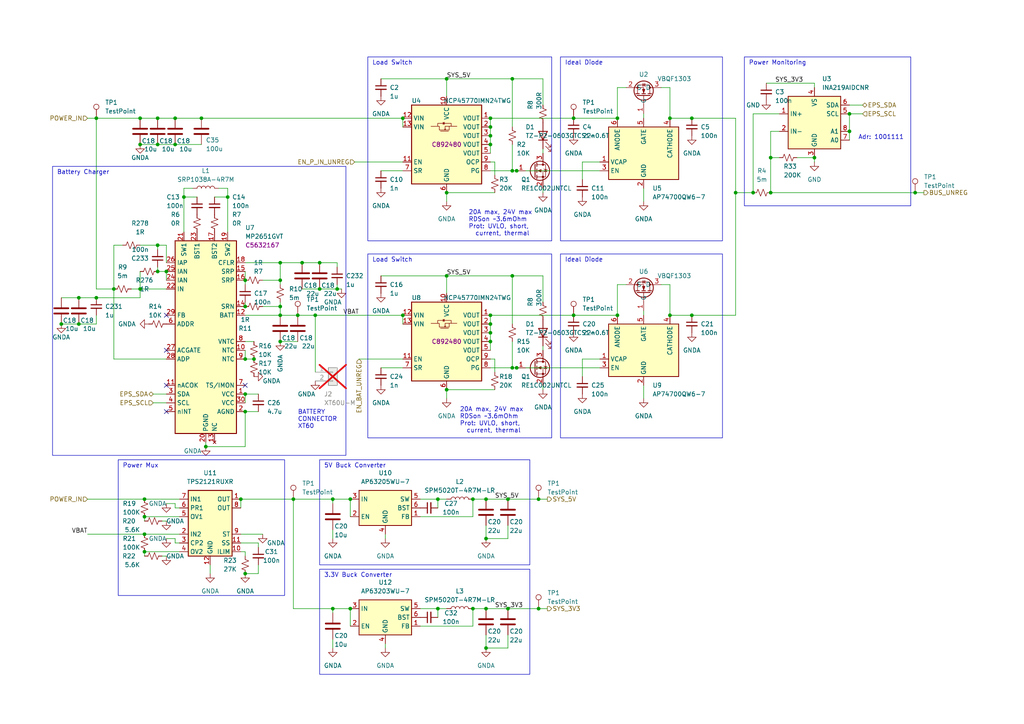
<source format=kicad_sch>
(kicad_sch (version 20230121) (generator eeschema)
  (paper "A4")
  (title_block (title "ESL GSU System Power Management") (date "2024-01-18") (rev "1") (company "Electronic Systems Laboratory"))
  (lib_symbols
    (symbol "Connector:TestPoint" (pin_numbers hide) (pin_names (offset 0.762) hide)
      (property "Reference" "TP" (at 0 6.858 0))
      (property "Value" "TestPoint" (at 0 5.08 0))
      (symbol "TestPoint_1_1"
        (pin passive line (at 0 0 90) (length 2.54) (name "1") (number "1"))
      )
    )
    (symbol "Connector_Generic:Conn_01x02" (pin_names (offset 1.016) hide)
      (property "Reference" "J" (at 0 2.54 0))
      (property "Value" "Conn_01x02" (at 0 -5.08 0))
      (symbol "Conn_01x02_1_1"
        (pin passive line (at -5.08 0 0) (length 3.81) (name "Pin_1") (number "1"))
        (pin passive line (at -5.08 -2.54 0) (length 3.81) (name "Pin_2") (number "2"))
      )
    )
    (symbol "Device:C" (pin_numbers hide) (pin_names (offset 0.254))
      (property "Reference" "C" (at 0.635 2.54 0))
      (property "Value" "C" (at 0.635 -2.54 0))
      (symbol "C_1_1"
        (pin passive line (at 0 3.81 270) (length 2.794) (name "~") (number "1"))
        (pin passive line (at 0 -3.81 90) (length 2.794) (name "~") (number "2"))
      )
    )
    (symbol "Device:C_Small" (pin_numbers hide) (pin_names (offset 0.254) hide)
      (property "Reference" "C" (at 0.254 1.778 0))
      (property "Value" "C_Small" (at 0.254 -2.032 0))
      (symbol "C_Small_1_1"
        (pin passive line (at 0 2.54 270) (length 2.032) (name "~") (number "1"))
        (pin passive line (at 0 -2.54 90) (length 2.032) (name "~") (number "2"))
      )
    )
    (symbol "Device:L" (pin_numbers hide) (pin_names (offset 1.016) hide)
      (property "Reference" "L" (at -1.27 0 90))
      (property "Value" "L" (at 1.905 0 90))
      (symbol "L_1_1"
        (pin passive line (at 0 3.81 270) (length 1.27) (name "1") (number "1"))
        (pin passive line (at 0 -3.81 90) (length 1.27) (name "2") (number "2"))
      )
    )
    (symbol "Device:LED" (pin_numbers hide) (pin_names (offset 1.016) hide)
      (property "Reference" "D" (at 0 2.54 0))
      (property "Value" "LED" (at 0 -2.54 0))
      (symbol "LED_1_1"
        (pin passive line (at -3.81 0 0) (length 2.54) (name "K") (number "1"))
        (pin passive line (at 3.81 0 180) (length 2.54) (name "A") (number "2"))
      )
    )
    (symbol "Device:R_Small_US" (pin_numbers hide) (pin_names (offset 0.254) hide)
      (property "Reference" "R" (at 0.762 0.508 0))
      (property "Value" "R_Small_US" (at 0.762 -1.016 0))
      (symbol "R_Small_US_1_1"
        (pin passive line (at 0 2.54 270) (length 1.016) (name "~") (number "1"))
        (pin passive line (at 0 -2.54 90) (length 1.016) (name "~") (number "2"))
      )
    )
    (symbol "ESLGSU_Parts_Lib:DMT3006LDK"
      (property "Reference" "U" (at 0 3.81 0))
      (property "Value" "DMT3006LDK" (at 0 0 0))
      (symbol "DMT3006LDK_1_1"
        (pin input line (at 0 0 0) (length 2.54) (name "G") (number "1"))
        (pin passive line (at 7.62 -5.08 90) (length 2.54) (name "S") (number "2"))
        (pin passive line (at 7.62 5.08 270) (length 2.54) (name "D") (number "3"))
      )
    )
    (symbol "ESLGSU_Parts_Lib:MP2651GVT"
      (property "Reference" "U" (at 16.51 24.13 0))
      (property "Value" "MP2651GVT" (at 16.51 21.59 0))
      (property "LCSC Part" "C5632167" (at 0 0 0))
      (symbol "MP2651GVT_0_0"
        (pin power_in line (at 11.43 -21.59 180) (length 2.54) (name "VCC") (number "1"))
        (pin input line (at 11.43 -8.89 180) (length 2.54) (name "NTC") (number "10"))
        (pin open_collector line (at -11.43 -19.05 0) (length 2.54) (name "nACOK") (number "11"))
        (pin input line (at 11.43 1.27 180) (length 2.54) (name "BATT") (number "12"))
        (pin no_connect line (at 2.54 -35.56 90) (length 2.54) (name "NC") (number "13"))
        (pin input line (at 11.43 3.81 180) (length 2.54) (name "SRN") (number "14"))
        (pin input line (at 11.43 13.97 180) (length 2.54) (name "SRP") (number "15"))
        (pin input line (at 11.43 11.43 180) (length 2.54) (name "SRP") (number "16"))
        (pin input line (at 2.54 25.4 270) (length 2.54) (name "BST2") (number "17"))
        (pin power_out line (at 11.43 16.51 180) (length 2.54) (name "CFLR") (number "18"))
        (pin passive line (at 6.35 25.4 270) (length 2.54) (name "SW2") (number "19"))
        (pin power_in line (at 11.43 -26.67 180) (length 2.54) (name "AGND") (number "2"))
        (pin power_in line (at 0 -35.56 90) (length 2.54) (name "PGND") (number "20"))
        (pin passive line (at -6.35 25.4 270) (length 2.54) (name "SW1") (number "21"))
        (pin power_in line (at -11.43 8.89 0) (length 2.54) (name "IN") (number "22"))
        (pin input line (at -2.54 25.4 270) (length 2.54) (name "BST1") (number "23"))
        (pin input line (at -11.43 11.43 0) (length 2.54) (name "IAN") (number "24"))
        (pin input line (at -11.43 13.97 0) (length 2.54) (name "IAN") (number "25"))
        (pin input line (at -11.43 16.51 0) (length 2.54) (name "IAP") (number "26"))
        (pin output line (at -11.43 -8.89 0) (length 2.54) (name "ACGATE") (number "27"))
        (pin input line (at -11.43 -11.43 0) (length 2.54) (name "ADP") (number "28"))
        (pin input line (at -11.43 1.27 0) (length 2.54) (name "FB") (number "29"))
        (pin bidirectional line (at -11.43 -21.59 0) (length 2.54) (name "SDA") (number "3"))
        (pin power_in line (at 11.43 -24.13 180) (length 2.54) (name "VCC") (number "30"))
        (pin input line (at -11.43 -24.13 0) (length 2.54) (name "SCL") (number "4"))
        (pin open_collector line (at -11.43 -26.67 0) (length 2.54) (name "nINT") (number "5"))
        (pin input line (at -11.43 -1.27 0) (length 2.54) (name "ADDR") (number "6"))
        (pin passive line (at 11.43 -19.05 180) (length 2.54) (name "TS/IMON") (number "7"))
        (pin output line (at 11.43 -6.35 180) (length 2.54) (name "VNTC") (number "8"))
        (pin input line (at 11.43 -11.43 180) (length 2.54) (name "NTC") (number "9"))
      )
    )
    (symbol "ESLGSU_Parts_Lib:NCP45770"
      (property "Reference" "U" (at -8.89 12.7 0))
      (property "Value" "NCP45770IMN24TWG" (at -11.43 12.7 0))
      (property "LCSC Part" "C892480" (at 0 0 0))
      (symbol "NCP45770_1_1"
        (pin power_out line (at 12.7 7.62 180) (length 2.54) (name "VOUT") (number "1"))
        (pin power_in line (at 0 13.97 270) (length 2.54) (name "VCC") (number "10"))
        (pin input line (at -12.7 -5.08 0) (length 2.54) (name "EN") (number "11"))
        (pin power_in line (at -12.7 7.62 0) (length 2.54) (name "VIN") (number "12"))
        (pin power_in line (at -12.7 5.08 0) (length 2.54) (name "VIN") (number "13"))
        (pin power_out line (at 12.7 5.08 180) (length 2.54) (name "VOUT") (number "2"))
        (pin power_out line (at 12.7 2.54 180) (length 2.54) (name "VOUT") (number "3"))
        (pin power_out line (at 12.7 0 180) (length 2.54) (name "VOUT") (number "4"))
        (pin power_out line (at 12.7 -2.54 180) (length 2.54) (name "VOUT") (number "5"))
        (pin power_in line (at 0 -13.97 90) (length 2.54) (name "GND") (number "6"))
        (pin passive line (at -12.7 -7.62 0) (length 2.54) (name "SR") (number "7"))
        (pin open_collector line (at 12.7 -7.62 180) (length 2.54) (name "PG") (number "8"))
        (pin passive line (at 12.7 -5.08 180) (length 2.54) (name "OCP") (number "9"))
      )
    )
    (symbol "ESLGSU_Parts_Lib:TPS2121"
      (property "Reference" "U" (at -6.35 11.43 0))
      (property "Value" "TPS2121" (at -3.81 1.27 0))
      (symbol "TPS2121_1_1"
        (pin power_out line (at 8.89 7.62 180) (length 2.54) (name "OUT") (number "1"))
        (pin passive line (at 8.89 -7.62 180) (length 2.54) (name "ILIM") (number "10"))
        (pin power_in line (at 8.89 -5.08 180) (length 2.54) (name "SS") (number "11"))
        (pin power_in line (at 0 -11.43 90) (length 2.54) (name "GND") (number "12"))
        (pin power_in line (at -8.89 -2.54 0) (length 2.54) (name "IN2") (number "2"))
        (pin input line (at -8.89 -5.08 0) (length 2.54) (name "CP2") (number "3"))
        (pin input line (at -8.89 -7.62 0) (length 2.54) (name "OV2") (number "4"))
        (pin input line (at -8.89 2.54 0) (length 2.54) (name "OV1") (number "5"))
        (pin input line (at -8.89 5.08 0) (length 2.54) (name "PR1") (number "6"))
        (pin power_in line (at -8.89 7.62 0) (length 2.54) (name "IN1") (number "7"))
        (pin power_out line (at 8.89 5.08 180) (length 2.54) (name "OUT") (number "8"))
        (pin output line (at 8.89 -2.54 180) (length 2.54) (name "ST") (number "9"))
      )
    )
    (symbol "Power_Management:LM74700"
      (property "Reference" "U" (at -9.525 -8.89 0))
      (property "Value" "LM74700" (at 7.62 -8.89 0))
      (symbol "LM74700_1_1"
        (pin passive line (at -12.7 -2.54 0) (length 2.54) (name "VCAP") (number "1"))
        (pin power_in line (at 0 -10.16 90) (length 2.54) (name "GND") (number "2"))
        (pin input line (at -12.7 -5.08 0) (length 2.54) (name "EN") (number "3"))
        (pin input line (at 7.62 10.16 270) (length 2.54) (name "CATHODE") (number "4"))
        (pin output line (at 0 10.16 270) (length 2.54) (name "GATE") (number "5"))
        (pin power_in line (at -7.62 10.16 270) (length 2.54) (name "ANODE") (number "6"))
      )
    )
    (symbol "Regulator_Switching:AP63203WU"
      (property "Reference" "U" (at -7.62 6.35 0))
      (property "Value" "AP63203WU" (at 2.54 6.35 0))
      (symbol "AP63203WU_1_1"
        (pin input line (at 10.16 -2.54 180) (length 2.54) (name "FB") (number "1"))
        (pin input line (at -10.16 -2.54 0) (length 2.54) (name "EN") (number "2"))
        (pin power_in line (at -10.16 2.54 0) (length 2.54) (name "IN") (number "3"))
        (pin power_in line (at 0 -7.62 90) (length 2.54) (name "GND") (number "4"))
        (pin output line (at 10.16 2.54 180) (length 2.54) (name "SW") (number "5"))
        (pin passive line (at 10.16 0 180) (length 2.54) (name "BST") (number "6"))
      )
    )
    (symbol "Regulator_Switching:AP63205WU"
      (property "Reference" "U" (at -7.62 6.35 0))
      (property "Value" "AP63205WU" (at 2.54 6.35 0))
      (symbol "AP63205WU_1_1"
        (pin input line (at 10.16 -2.54 180) (length 2.54) (name "FB") (number "1"))
        (pin input line (at -10.16 -2.54 0) (length 2.54) (name "EN") (number "2"))
        (pin power_in line (at -10.16 2.54 0) (length 2.54) (name "IN") (number "3"))
        (pin power_in line (at 0 -7.62 90) (length 2.54) (name "GND") (number "4"))
        (pin output line (at 10.16 2.54 180) (length 2.54) (name "SW") (number "5"))
        (pin passive line (at 10.16 0 180) (length 2.54) (name "BST") (number "6"))
      )
    )
    (symbol "Sensor_Energy:INA219AxDCN"
      (property "Reference" "U" (at -6.35 8.89 0))
      (property "Value" "INA219AxDCN" (at 6.35 8.89 0))
      (symbol "INA219AxDCN_1_1"
        (pin input line (at -10.16 2.54 0) (length 2.54) (name "IN+") (number "1"))
        (pin input line (at -10.16 -2.54 0) (length 2.54) (name "IN-") (number "2"))
        (pin power_in line (at 0 -10.16 90) (length 2.54) (name "GND") (number "3"))
        (pin power_in line (at 0 10.16 270) (length 2.54) (name "VS") (number "4"))
        (pin input line (at 10.16 2.54 180) (length 2.54) (name "SCL") (number "5"))
        (pin bidirectional line (at 10.16 5.08 180) (length 2.54) (name "SDA") (number "6"))
        (pin input line (at 10.16 -5.08 180) (length 2.54) (name "A0") (number "7"))
        (pin input line (at 10.16 -2.54 180) (length 2.54) (name "A1") (number "8"))
      )
    )
    (symbol "Transistor_FET:DMN67D7L" (pin_names hide)
      (property "Reference" "Q" (at 5.08 1.905 0))
      (property "Value" "DMN67D7L" (at 5.08 0 0))
      (symbol "DMN67D7L_1_1"
        (pin input line (at -5.08 0 0) (length 2.54) (name "G") (number "1"))
        (pin passive line (at 2.54 -5.08 90) (length 2.54) (name "S") (number "2"))
        (pin passive line (at 2.54 5.08 270) (length 2.54) (name "D") (number "3"))
      )
    )
    (symbol "power:GND" (power) (pin_names (offset 0))
      (property "Value" "GND" (at 0 -3.81 0))
      (symbol "GND_1_1"
        (pin power_in line (at 0 0 270) (length 0) hide (name "GND") (number "1"))
      )
    )
    (symbol "power:GNDA" (power) (pin_names (offset 0))
      (property "Value" "GNDA" (at 0 -3.81 0))
      (symbol "GNDA_1_1"
        (pin power_in line (at 0 0 270) (length 0) hide (name "GNDA") (number "1"))
      )
    )
  )
  (junction (at 59.69 129.54))
  (junction (at 97.79 83.82))
  (junction (at 129.54 22.86))
  (junction (at 86.36 91.44))
  (junction (at 129.54 55.88))
  (junction (at 140.97 187.96))
  (junction (at 41.91 160.02))
  (junction (at 140.97 156.21))
  (junction (at 213.36 55.88))
  (junction (at 236.22 45.72))
  (junction (at 71.12 81.28))
  (junction (at 148.59 80.01))
  (junction (at 50.8 41.91))
  (junction (at 179.07 34.29))
  (junction (at 66.04 57.15))
  (junction (at 33.02 83.82))
  (junction (at 142.24 91.44))
  (junction (at 101.6 144.78))
  (junction (at 87.63 76.2))
  (junction (at 142.24 39.37))
  (junction (at 71.12 88.9))
  (junction (at 81.28 88.9))
  (junction (at 27.94 86.36))
  (junction (at 194.31 34.29))
  (junction (at 71.12 166.37))
  (junction (at 41.91 144.78))
  (junction (at 142.24 41.91))
  (junction (at 140.97 144.78))
  (junction (at 81.28 99.06))
  (junction (at 147.32 176.53))
  (junction (at 127 176.53))
  (junction (at 71.12 119.38))
  (junction (at 17.78 93.98))
  (junction (at 149.86 49.53))
  (junction (at 166.37 91.44))
  (junction (at 22.86 86.36))
  (junction (at 156.21 144.78))
  (junction (at 58.42 34.29))
  (junction (at 246.38 38.1))
  (junction (at 45.72 41.91))
  (junction (at 223.52 45.72))
  (junction (at 194.31 91.44))
  (junction (at 53.34 57.15))
  (junction (at 41.91 149.86))
  (junction (at 147.32 144.78))
  (junction (at 137.16 144.78))
  (junction (at 91.44 91.44))
  (junction (at 200.66 34.29))
  (junction (at 149.86 106.68))
  (junction (at 218.44 55.88))
  (junction (at 40.64 34.29))
  (junction (at 92.71 76.2))
  (junction (at 71.12 114.3))
  (junction (at 156.21 176.53))
  (junction (at 137.16 176.53))
  (junction (at 96.52 176.53))
  (junction (at 71.12 104.14))
  (junction (at 142.24 96.52))
  (junction (at 142.24 36.83))
  (junction (at 27.94 34.29))
  (junction (at 45.72 78.74))
  (junction (at 265.43 55.88))
  (junction (at 166.37 34.29))
  (junction (at 50.8 34.29))
  (junction (at 96.52 144.78))
  (junction (at 48.26 78.74))
  (junction (at 81.28 76.2))
  (junction (at 142.24 93.98))
  (junction (at 129.54 80.01))
  (junction (at 148.59 49.53))
  (junction (at 85.09 144.78))
  (junction (at 92.71 83.82))
  (junction (at 22.86 93.98))
  (junction (at 81.28 91.44))
  (junction (at 179.07 91.44))
  (junction (at 116.84 34.29))
  (junction (at 73.66 104.14))
  (junction (at 41.91 154.94))
  (junction (at 148.59 22.86))
  (junction (at 101.6 176.53))
  (junction (at 45.72 71.12))
  (junction (at 142.24 34.29))
  (junction (at 142.24 99.06))
  (junction (at 45.72 34.29))
  (junction (at 129.54 113.03))
  (junction (at 40.64 41.91))
  (junction (at 140.97 176.53))
  (junction (at 40.64 83.82))
  (junction (at 69.85 144.78))
  (junction (at 246.38 33.02))
  (junction (at 200.66 91.44))
  (junction (at 81.28 81.28))
  (junction (at 116.84 91.44))
  (junction (at 148.59 106.68))
  (junction (at 127 144.78))
  (junction (at 223.52 55.88))
  (no_connect (at 48.26 101.6))
  (no_connect (at 48.26 119.38))
  (no_connect (at 48.26 111.76))
  (no_connect (at 48.26 91.44))
  (no_connect (at 71.12 111.76))
  (wire (pts (xy 143.51 104.14) (xy 143.51 107.95)))
  (wire (pts (xy 246.38 38.1) (xy 246.38 40.64)))
  (wire (pts (xy 158.75 176.53) (xy 156.21 176.53)))
  (wire (pts (xy 81.28 99.06) (xy 86.36 99.06)))
  (wire (pts (xy 91.44 91.44) (xy 91.44 107.95)))
  (wire (pts (xy 186.69 90.17) (xy 186.69 91.44)))
  (wire (pts (xy 59.69 129.54) (xy 59.69 128.27)))
  (wire (pts (xy 129.54 80.01) (xy 129.54 85.09)))
  (wire (pts (xy 53.34 57.15) (xy 53.34 67.31)))
  (wire (pts (xy 143.51 46.99) (xy 143.51 50.8)))
  (wire (pts (xy 223.52 38.1) (xy 223.52 45.72)))
  (wire (pts (xy 116.84 34.29) (xy 116.84 36.83)))
  (wire (pts (xy 45.72 77.47) (xy 45.72 78.74)))
  (wire (pts (xy 142.24 99.06) (xy 142.24 101.6)))
  (wire (pts (xy 66.04 57.15) (xy 66.04 67.31)))
  (wire (pts (xy 142.24 104.14) (xy 143.51 104.14)))
  (wire (pts (xy 25.4 34.29) (xy 27.94 34.29)))
  (wire (pts (xy 81.28 76.2) (xy 81.28 81.28)))
  (wire (pts (xy 148.59 99.06) (xy 148.59 106.68)))
  (wire (pts (xy 63.5 54.61) (xy 66.04 54.61)))
  (wire (pts (xy 194.31 82.55) (xy 191.77 82.55)))
  (wire (pts (xy 236.22 46.99) (xy 236.22 45.72)))
  (wire (pts (xy 111.76 186.69) (xy 111.76 187.96)))
  (wire (pts (xy 25.4 154.94) (xy 41.91 154.94)))
  (wire (pts (xy 147.32 156.21) (xy 140.97 156.21)))
  (wire (pts (xy 194.31 34.29) (xy 194.31 25.4)))
  (wire (pts (xy 110.49 49.53) (xy 116.84 49.53)))
  (wire (pts (xy 157.48 30.48) (xy 157.48 22.86)))
  (wire (pts (xy 101.6 144.78) (xy 101.6 149.86)))
  (wire (pts (xy 97.79 83.82) (xy 99.06 83.82)))
  (wire (pts (xy 60.96 166.37) (xy 60.96 163.83)))
  (wire (pts (xy 41.91 154.94) (xy 52.07 154.94)))
  (wire (pts (xy 200.66 91.44) (xy 213.36 91.44)))
  (wire (pts (xy 41.91 161.29) (xy 41.91 160.02)))
  (wire (pts (xy 213.36 34.29) (xy 213.36 55.88)))
  (wire (pts (xy 27.94 83.82) (xy 27.94 34.29)))
  (wire (pts (xy 50.8 147.32) (xy 52.07 147.32)))
  (wire (pts (xy 148.59 49.53) (xy 149.86 49.53)))
  (wire (pts (xy 71.12 87.63) (xy 71.12 88.9)))
  (wire (pts (xy 147.32 152.4) (xy 147.32 156.21)))
  (wire (pts (xy 104.14 104.14) (xy 116.84 104.14)))
  (wire (pts (xy 148.59 36.83) (xy 148.59 22.86)))
  (wire (pts (xy 53.34 54.61) (xy 53.34 57.15)))
  (wire (pts (xy 66.04 54.61) (xy 66.04 57.15)))
  (wire (pts (xy 148.59 93.98) (xy 148.59 80.01)))
  (wire (pts (xy 142.24 106.68) (xy 148.59 106.68)))
  (wire (pts (xy 129.54 58.42) (xy 129.54 55.88)))
  (wire (pts (xy 137.16 181.61) (xy 137.16 176.53)))
  (wire (pts (xy 129.54 113.03) (xy 143.51 113.03)))
  (wire (pts (xy 129.54 115.57) (xy 129.54 113.03)))
  (wire (pts (xy 62.23 57.15) (xy 66.04 57.15)))
  (wire (pts (xy 223.52 45.72) (xy 223.52 55.88)))
  (wire (pts (xy 85.09 144.78) (xy 85.09 176.53)))
  (wire (pts (xy 48.26 146.05) (xy 50.8 146.05)))
  (wire (pts (xy 69.85 144.78) (xy 69.85 147.32)))
  (wire (pts (xy 86.36 91.44) (xy 91.44 91.44)))
  (wire (pts (xy 142.24 93.98) (xy 142.24 96.52)))
  (wire (pts (xy 81.28 87.63) (xy 81.28 88.9)))
  (wire (pts (xy 102.87 46.99) (xy 116.84 46.99)))
  (wire (pts (xy 40.64 83.82) (xy 40.64 86.36)))
  (wire (pts (xy 71.12 119.38) (xy 74.93 119.38)))
  (wire (pts (xy 81.28 76.2) (xy 71.12 76.2)))
  (wire (pts (xy 85.09 176.53) (xy 96.52 176.53)))
  (wire (pts (xy 71.12 91.44) (xy 81.28 91.44)))
  (wire (pts (xy 48.26 104.14) (xy 33.02 104.14)))
  (wire (pts (xy 213.36 55.88) (xy 218.44 55.88)))
  (wire (pts (xy 157.48 43.18) (xy 157.48 44.45)))
  (wire (pts (xy 142.24 34.29) (xy 166.37 34.29)))
  (wire (pts (xy 137.16 144.78) (xy 140.97 144.78)))
  (wire (pts (xy 71.12 99.06) (xy 73.66 99.06)))
  (wire (pts (xy 40.64 78.74) (xy 40.64 83.82)))
  (wire (pts (xy 92.71 83.82) (xy 97.79 83.82)))
  (wire (pts (xy 127 144.78) (xy 121.92 144.78)))
  (wire (pts (xy 142.24 91.44) (xy 166.37 91.44)))
  (wire (pts (xy 48.26 156.21) (xy 50.8 156.21)))
  (wire (pts (xy 157.48 22.86) (xy 148.59 22.86)))
  (wire (pts (xy 81.28 88.9) (xy 81.28 91.44)))
  (wire (pts (xy 46.99 151.13) (xy 48.26 151.13)))
  (wire (pts (xy 157.48 55.88) (xy 157.48 54.61)))
  (wire (pts (xy 147.32 184.15) (xy 147.32 187.96)))
  (wire (pts (xy 149.86 106.68) (xy 173.99 106.68)))
  (wire (pts (xy 27.94 34.29) (xy 40.64 34.29)))
  (wire (pts (xy 142.24 96.52) (xy 142.24 99.06)))
  (wire (pts (xy 71.12 114.3) (xy 74.93 114.3)))
  (wire (pts (xy 35.56 71.12) (xy 33.02 71.12)))
  (wire (pts (xy 85.09 144.78) (xy 96.52 144.78)))
  (wire (pts (xy 168.91 46.99) (xy 168.91 52.07)))
  (wire (pts (xy 27.94 91.44) (xy 27.94 93.98)))
  (wire (pts (xy 74.93 166.37) (xy 74.93 163.83)))
  (wire (pts (xy 137.16 176.53) (xy 140.97 176.53)))
  (wire (pts (xy 186.69 58.42) (xy 186.69 54.61)))
  (wire (pts (xy 45.72 34.29) (xy 50.8 34.29)))
  (wire (pts (xy 179.07 34.29) (xy 179.07 25.4)))
  (wire (pts (xy 87.63 83.82) (xy 92.71 83.82)))
  (wire (pts (xy 142.24 91.44) (xy 142.24 93.98)))
  (wire (pts (xy 41.91 149.86) (xy 52.07 149.86)))
  (wire (pts (xy 250.19 30.48) (xy 246.38 30.48)))
  (wire (pts (xy 25.4 144.78) (xy 41.91 144.78)))
  (wire (pts (xy 129.54 144.78) (xy 127 144.78)))
  (wire (pts (xy 55.88 54.61) (xy 53.34 54.61)))
  (wire (pts (xy 186.69 115.57) (xy 186.69 111.76)))
  (wire (pts (xy 33.02 71.12) (xy 33.02 83.82)))
  (wire (pts (xy 96.52 176.53) (xy 101.6 176.53)))
  (wire (pts (xy 148.59 41.91) (xy 148.59 49.53)))
  (wire (pts (xy 194.31 91.44) (xy 200.66 91.44)))
  (wire (pts (xy 45.72 71.12) (xy 40.64 71.12)))
  (wire (pts (xy 76.2 88.9) (xy 81.28 88.9)))
  (wire (pts (xy 222.25 24.13) (xy 236.22 24.13)))
  (wire (pts (xy 156.21 144.78) (xy 158.75 144.78)))
  (wire (pts (xy 157.48 113.03) (xy 157.48 111.76)))
  (wire (pts (xy 140.97 152.4) (xy 140.97 156.21)))
  (wire (pts (xy 40.64 41.91) (xy 45.72 41.91)))
  (wire (pts (xy 127 176.53) (xy 121.92 176.53)))
  (wire (pts (xy 69.85 144.78) (xy 85.09 144.78)))
  (wire (pts (xy 142.24 41.91) (xy 142.24 44.45)))
  (wire (pts (xy 74.93 157.48) (xy 74.93 158.75)))
  (wire (pts (xy 27.94 93.98) (xy 22.86 93.98)))
  (wire (pts (xy 50.8 156.21) (xy 50.8 157.48)))
  (wire (pts (xy 48.26 76.2) (xy 48.26 71.12)))
  (wire (pts (xy 140.97 144.78) (xy 147.32 144.78)))
  (wire (pts (xy 179.07 82.55) (xy 181.61 82.55)))
  (wire (pts (xy 194.31 25.4) (xy 191.77 25.4)))
  (wire (pts (xy 223.52 38.1) (xy 226.06 38.1)))
  (wire (pts (xy 246.38 33.02) (xy 246.38 38.1)))
  (wire (pts (xy 129.54 22.86) (xy 148.59 22.86)))
  (wire (pts (xy 41.91 160.02) (xy 52.07 160.02)))
  (wire (pts (xy 40.64 83.82) (xy 48.26 83.82)))
  (wire (pts (xy 110.49 106.68) (xy 116.84 106.68)))
  (wire (pts (xy 250.19 33.02) (xy 246.38 33.02)))
  (wire (pts (xy 33.02 104.14) (xy 33.02 83.82)))
  (wire (pts (xy 186.69 33.02) (xy 186.69 34.29)))
  (wire (pts (xy 81.28 76.2) (xy 87.63 76.2)))
  (wire (pts (xy 265.43 55.88) (xy 267.97 55.88)))
  (wire (pts (xy 81.28 81.28) (xy 81.28 82.55)))
  (wire (pts (xy 129.54 22.86) (xy 129.54 27.94)))
  (wire (pts (xy 71.12 104.14) (xy 73.66 104.14)))
  (wire (pts (xy 157.48 100.33) (xy 157.48 101.6)))
  (wire (pts (xy 137.16 149.86) (xy 137.16 144.78)))
  (wire (pts (xy 121.92 149.86) (xy 137.16 149.86)))
  (wire (pts (xy 69.85 154.94) (xy 76.2 154.94)))
  (wire (pts (xy 111.76 156.21) (xy 111.76 154.94)))
  (wire (pts (xy 71.12 116.84) (xy 71.12 114.3)))
  (wire (pts (xy 194.31 34.29) (xy 200.66 34.29)))
  (wire (pts (xy 157.48 80.01) (xy 148.59 80.01)))
  (wire (pts (xy 226.06 33.02) (xy 218.44 33.02)))
  (wire (pts (xy 69.85 157.48) (xy 74.93 157.48)))
  (wire (pts (xy 156.21 176.53) (xy 147.32 176.53)))
  (wire (pts (xy 121.92 181.61) (xy 137.16 181.61)))
  (wire (pts (xy 127 144.78) (xy 127 147.32)))
  (wire (pts (xy 53.34 57.15) (xy 57.15 57.15)))
  (wire (pts (xy 40.64 86.36) (xy 27.94 86.36)))
  (wire (pts (xy 147.32 187.96) (xy 140.97 187.96)))
  (wire (pts (xy 96.52 146.05) (xy 96.52 144.78)))
  (wire (pts (xy 223.52 45.72) (xy 226.06 45.72)))
  (wire (pts (xy 101.6 176.53) (xy 101.6 181.61)))
  (wire (pts (xy 27.94 83.82) (xy 33.02 83.82)))
  (wire (pts (xy 142.24 49.53) (xy 148.59 49.53)))
  (wire (pts (xy 173.99 46.99) (xy 168.91 46.99)))
  (wire (pts (xy 148.59 106.68) (xy 149.86 106.68)))
  (wire (pts (xy 96.52 177.8) (xy 96.52 176.53)))
  (wire (pts (xy 59.69 129.54) (xy 71.12 129.54)))
  (wire (pts (xy 71.12 161.29) (xy 71.12 160.02)))
  (wire (pts (xy 149.86 49.53) (xy 173.99 49.53)))
  (wire (pts (xy 50.8 34.29) (xy 58.42 34.29)))
  (wire (pts (xy 96.52 153.67) (xy 96.52 156.21)))
  (wire (pts (xy 50.8 41.91) (xy 58.42 41.91)))
  (wire (pts (xy 142.24 34.29) (xy 142.24 36.83)))
  (wire (pts (xy 71.12 81.28) (xy 71.12 82.55)))
  (wire (pts (xy 71.12 166.37) (xy 74.93 166.37)))
  (wire (pts (xy 231.14 45.72) (xy 236.22 45.72)))
  (wire (pts (xy 48.26 78.74) (xy 48.26 81.28)))
  (wire (pts (xy 46.99 161.29) (xy 48.26 161.29)))
  (wire (pts (xy 129.54 80.01) (xy 148.59 80.01)))
  (wire (pts (xy 142.24 36.83) (xy 142.24 39.37)))
  (wire (pts (xy 38.1 83.82) (xy 40.64 83.82)))
  (wire (pts (xy 127 176.53) (xy 127 179.07)))
  (wire (pts (xy 213.36 55.88) (xy 213.36 91.44)))
  (wire (pts (xy 166.37 91.44) (xy 179.07 91.44)))
  (wire (pts (xy 87.63 76.2) (xy 92.71 76.2)))
  (wire (pts (xy 218.44 33.02) (xy 218.44 55.88)))
  (wire (pts (xy 116.84 91.44) (xy 116.84 93.98)))
  (wire (pts (xy 129.54 55.88) (xy 143.51 55.88)))
  (wire (pts (xy 110.49 22.86) (xy 129.54 22.86)))
  (wire (pts (xy 50.8 146.05) (xy 50.8 147.32)))
  (wire (pts (xy 48.26 71.12) (xy 45.72 71.12)))
  (wire (pts (xy 173.99 104.14) (xy 168.91 104.14)))
  (wire (pts (xy 179.07 25.4) (xy 181.61 25.4)))
  (wire (pts (xy 22.86 86.36) (xy 17.78 86.36)))
  (wire (pts (xy 44.45 114.3) (xy 48.26 114.3)))
  (wire (pts (xy 168.91 104.14) (xy 168.91 109.22)))
  (wire (pts (xy 17.78 93.98) (xy 22.86 93.98)))
  (wire (pts (xy 97.79 82.55) (xy 97.79 83.82)))
  (wire (pts (xy 44.45 116.84) (xy 48.26 116.84)))
  (wire (pts (xy 157.48 87.63) (xy 157.48 80.01)))
  (wire (pts (xy 97.79 76.2) (xy 92.71 76.2)))
  (wire (pts (xy 27.94 86.36) (xy 22.86 86.36)))
  (wire (pts (xy 140.97 184.15) (xy 140.97 187.96)))
  (wire (pts (xy 71.12 160.02) (xy 69.85 160.02)))
  (wire (pts (xy 194.31 91.44) (xy 194.31 82.55)))
  (wire (pts (xy 143.51 46.99) (xy 142.24 46.99)))
  (wire (pts (xy 140.97 176.53) (xy 147.32 176.53)))
  (wire (pts (xy 81.28 91.44) (xy 86.36 91.44)))
  (wire (pts (xy 110.49 80.01) (xy 129.54 80.01)))
  (wire (pts (xy 129.54 176.53) (xy 127 176.53)))
  (wire (pts (xy 200.66 34.29) (xy 213.36 34.29)))
  (wire (pts (xy 71.12 78.74) (xy 71.12 81.28)))
  (wire (pts (xy 96.52 185.42) (xy 96.52 187.96)))
  (wire (pts (xy 142.24 39.37) (xy 142.24 41.91)))
  (wire (pts (xy 45.72 41.91) (xy 50.8 41.91)))
  (wire (pts (xy 41.91 144.78) (xy 52.07 144.78)))
  (wire (pts (xy 45.72 78.74) (xy 48.26 78.74)))
  (wire (pts (xy 97.79 77.47) (xy 97.79 76.2)))
  (wire (pts (xy 41.91 151.13) (xy 41.91 149.86)))
  (wire (pts (xy 236.22 24.13) (xy 236.22 25.4)))
  (wire (pts (xy 58.42 34.29) (xy 116.84 34.29)))
  (wire (pts (xy 179.07 91.44) (xy 179.07 82.55)))
  (wire (pts (xy 166.37 34.29) (xy 179.07 34.29)))
  (wire (pts (xy 223.52 55.88) (xy 265.43 55.88)))
  (wire (pts (xy 147.32 144.78) (xy 156.21 144.78)))
  (wire (pts (xy 96.52 144.78) (xy 101.6 144.78)))
  (wire (pts (xy 71.12 101.6) (xy 71.12 104.14)))
  (wire (pts (xy 50.8 157.48) (xy 52.07 157.48)))
  (wire (pts (xy 91.44 91.44) (xy 116.84 91.44)))
  (wire (pts (xy 71.12 129.54) (xy 71.12 119.38)))
  (wire (pts (xy 40.64 34.29) (xy 45.72 34.29)))
  (wire (pts (xy 76.2 81.28) (xy 81.28 81.28)))
  (wire (pts (xy 45.72 72.39) (xy 45.72 71.12)))
  (rectangle (start 162.56 73.66) (end 209.55 127))
  (rectangle (start 34.29 133.35) (end 82.55 172.72))
  (rectangle (start 92.71 133.35) (end 153.67 163.83))
  (rectangle (start 106.68 73.66) (end 160.02 127))
  (rectangle (start 215.9 16.51) (end 264.16 59.69))
  (rectangle (start 162.56 16.51) (end 209.55 69.85))
  (rectangle (start 92.71 165.1) (end 153.67 195.58))
  (rectangle (start 15.24 48.26) (end 100.33 132.08))
  (rectangle (start 106.68 16.51) (end 160.02 69.85))
  (text "BATTERY\nCONNECTOR\nXT60" (at 86.36 124.46 0) (effects (font (size 1.27 1.27)) (justify left bottom)))
  (text "Power Monitoring" (at 217.17 19.05 0) (effects (font (size 1.27 1.27)) (justify left bottom)))
  (text "Load Switch" (at 107.95 76.2 0) (effects (font (size 1.27 1.27)) (justify left bottom)))
  (text "Ideal Diode" (at 163.83 76.2 0) (effects (font (size 1.27 1.27)) (justify left bottom)))
  (text "5V Buck Converter" (at 93.98 135.89 0) (effects (font (size 1.27 1.27)) (justify left bottom)))
  (text "Adr: 1001111" (at 248.92 40.64 0) (effects (font (size 1.27 1.27)) (justify left bottom)))
  (text "20A max, 24V max\nRDSon ~3.6mOhm\nProt: UVLO, short, \n  current, thermal" (at 133.35 125.73 0) (effects (font (size 1.27 1.27)) (justify left bottom)))
  (text "Ideal Diode" (at 163.83 19.05 0) (effects (font (size 1.27 1.27)) (justify left bottom)))
  (text "Power Mux" (at 35.56 135.89 0) (effects (font (size 1.27 1.27)) (justify left bottom)))
  (text "20A max, 24V max\nRDSon ~3.6mOhm\nProt: UVLO, short, \n  current, thermal" (at 135.89 68.58 0) (effects (font (size 1.27 1.27)) (justify left bottom)))
  (text "Battery Charger" (at 16.51 50.8 0) (effects (font (size 1.27 1.27)) (justify left bottom)))
  (text "3.3V Buck Converter" (at 93.98 167.64 0) (effects (font (size 1.27 1.27)) (justify left bottom)))
  (text "Load Switch" (at 107.95 19.05 0) (effects (font (size 1.27 1.27)) (justify left bottom)))
  (label "SYS_5V" (at 129.54 80.01 0))
  (label "SYS_5V" (at 129.54 22.86 0))
  (label "SYS_5V" (at 143.51 144.78 0))
  (label "VBAT" (at 104.14 91.44 180))
  (label "VBAT" (at 25.4 154.94 180))
  (label "SYS_3V3" (at 143.51 176.53 0))
  (label "SYS_3V3" (at 224.79 24.13 0))
  (hierarchical_label "POWER_IN" (shape input) (at 25.4 34.29 180))
  (hierarchical_label "EPS_SDA" (shape bidirectional) (at 250.19 30.48 0))
  (hierarchical_label "EN_P_IN_UNREG" (shape input) (at 102.87 46.99 180))
  (hierarchical_label "EPS_SCL" (shape input) (at 44.45 116.84 180))
  (hierarchical_label "SYS_5V" (shape output) (at 158.75 144.78 0))
  (hierarchical_label "BUS_UNREG" (shape output) (at 267.97 55.88 0))
  (hierarchical_label "EPS_SDA" (shape bidirectional) (at 44.45 114.3 180))
  (hierarchical_label "SYS_3V3" (shape output) (at 158.75 176.53 0))
  (hierarchical_label "POWER_IN" (shape input) (at 25.4 144.78 180))
  (hierarchical_label "EPS_SCL" (shape input) (at 250.19 33.02 0))
  (hierarchical_label "EN_BAT_UNREG" (shape input) (at 104.14 104.14 270))
  (symbol (lib_id "Device:C") (at 140.97 180.34 0) (unit 1)
    (property "Reference" "C20" (at 141.4314 183.1113 0) (effects (justify left)))
    (property "Value" "22u" (at 141.4314 185.6513 0) (effects (justify left)))
    (property "Footprint" "Capacitor_SMD:C_0805_2012Metric" (effects hide))
    (property "LCSC Part" "C45783" (effects hide))
    (instances (project "ESLGSU" (path "" (reference "C20") (unit 1)) (path "" (reference "C33") (unit 1))))
  )
  (symbol (lib_id "Device:R_Small_US") (at 73.66 101.6 0) (unit 1)
    (property "Reference" "R16" (at 74.93 100.33 0) (effects (justify left)))
    (property "Value" "10K" (at 74.93 102.87 0) (effects (justify left)))
    (property "Footprint" "Resistor_SMD:R_0402_1005Metric" (effects hide))
    (property "LCSC Part" "C25744" (effects hide))
  )
  (symbol (lib_id "power:GNDA") (at 186.69 58.42 0) (unit 1)
    (property "Reference" "#PWR016" (effects hide))
    (property "Value" "GNDA" (at 186.69 63.5 0))
  )
  (symbol (lib_id "Device:R_Small_US") (at 43.18 78.74 90) (unit 1)
    (property "Reference" "R276" (at 41.91 81.28 90))
    (property "Value" "1R" (at 41.91 83.82 90))
    (property "Footprint" "Resistor_SMD:R_0402_1005Metric" (effects hide))
    (property "LCSC Part" "C25086" (effects hide))
  )
  (symbol (lib_id "Device:C") (at 50.8 38.1 0) (unit 1)
    (property "Reference" "C18" (at 51.2614 40.8713 0) (effects (justify left)))
    (property "Value" "10u" (at 51.9693 43.2628 0) (effects (justify left)))
    (property "Footprint" "Capacitor_SMD:C_0805_2012Metric" (effects hide))
    (property "LCSC Part" "C15850" (effects hide))
    (instances (project "ESLGSU" (path "" (reference "C18") (unit 1)) (path "" (reference "C8") (unit 1))))
  )
  (symbol (lib_id "Device:R_Small_US") (at 81.28 85.09 180) (unit 1)
    (property "Reference" "R10" (at 83.82 83.82 0) (effects (justify right)))
    (property "Value" "5m" (at 83.82 86.36 0) (effects (justify right)))
    (property "Footprint" "Resistor_SMD:R_1206_3216Metric" (effects hide))
    (property "LCSC Part" "C464975" (effects hide))
  )
  (symbol (lib_id "power:GND") (at 236.22 46.99 0) (unit 1)
    (property "Reference" "#PWR011" (effects hide))
    (property "Value" "GND" (at 236.22 52.07 0))
  )
  (symbol (lib_id "Device:C_Small") (at 168.91 111.76 0) (unit 1)
    (property "Reference" "C25" (at 171.45 111.76 0) (effects (justify left)))
    (property "Value" "100n" (at 171.45 114.3 0) (effects (justify left)))
    (property "Footprint" "Capacitor_SMD:C_0402_1005Metric" (effects hide))
    (property "LCSC Part" "C307331" (effects hide))
  )
  (symbol (lib_id "power:GNDA") (at 60.96 166.37 0) (unit 1)
    (property "Reference" "#PWR040" (effects hide))
    (property "Value" "GNDA" (at 60.96 171.45 0))
  )
  (symbol (lib_id "Device:R_Small_US") (at 44.45 161.29 270) (unit 1)
    (property "Reference" "R22" (at 39.37 161.29 90) (effects (justify right)))
    (property "Value" "5.6K" (at 40.64 163.83 90) (effects (justify right)))
    (property "Footprint" "Resistor_SMD:R_0402_1005Metric" (effects hide))
    (property "LCSC Part" "C25908" (effects hide))
  )
  (symbol (lib_id "Device:C_Small") (at 71.12 85.09 0) (unit 1)
    (property "Reference" "C17" (at 73.66 85.09 0) (effects (justify left)))
    (property "Value" "100n" (at 73.66 87.63 0) (effects (justify left)))
    (property "Footprint" "Capacitor_SMD:C_0402_1005Metric" (effects hide))
    (property "LCSC Part" "C307331" (effects hide))
  )
  (symbol (lib_id "Device:C_Small") (at 124.46 147.32 90) (unit 1)
    (property "Reference" "C27" (at 130.81 146.05 90))
    (property "Value" "100n" (at 130.81 148.59 90))
    (property "Footprint" "Capacitor_SMD:C_0402_1005Metric" (effects hide))
    (property "LCSC Part" "C307331" (effects hide))
  )
  (symbol (lib_id "Device:C") (at 96.52 181.61 0) (unit 1)
    (property "Reference" "C20" (at 96.9814 184.3813 0) (effects (justify left)))
    (property "Value" "10u" (at 96.9814 186.9213 0) (effects (justify left)))
    (property "Footprint" "Capacitor_SMD:C_0805_2012Metric" (effects hide))
    (property "LCSC Part" "C15850" (effects hide))
    (instances (project "ESLGSU" (path "" (reference "C20") (unit 1)) (path "" (reference "C35") (unit 1))))
  )
  (symbol (lib_id "power:GNDA") (at 157.48 55.88 0) (unit 1)
    (property "Reference" "#PWR013" (effects hide))
    (property "Value" "GNDA" (at 157.48 60.96 0))
  )
  (symbol (lib_id "Power_Management:LM74700") (at 186.69 101.6 0) (unit 1)
    (property "Reference" "U9" (at 189.23 111.76 0) (effects (justify left)))
    (property "Value" "AP74700QW6-7" (at 189.23 114.3 0) (effects (justify left)))
    (property "Footprint" "Package_TO_SOT_SMD:SOT-23-6" (effects hide))
    (property "Datasheet" "http://www.ti.com/lit/gpn/LM74700-Q1" (effects hide))
    (property "LCSC Part" "C5381661" (effects hide))
  )
  (symbol (lib_id "Transistor_FET:DMN67D7L") (at 154.94 106.68 0) (unit 1)
    (property "Reference" "Q1" (at 151.13 109.22 0) (effects (justify left)))
    (property "Value" "RE1C002UNTCL" (at 151.13 111.76 0) (effects (justify left)))
    (property "Footprint" "Package_TO_SOT_SMD:SOT-416" (effects hide))
    (property "Datasheet" "http://www.diodes.com/assets/Datasheets/DMN67D7L.pdf" (effects hide))
    (property "LCSC Part" "C509959" (effects hide))
    (instances (project "ESLGSU" (path "" (reference "Q1") (unit 1)) (path "" (reference "Q2") (unit 1))))
  )
  (symbol (lib_id "power:GNDA") (at 129.54 115.57 0) (unit 1)
    (property "Reference" "#PWR029" (effects hide))
    (property "Value" "GNDA" (at 129.54 120.65 0))
  )
  (symbol (lib_id "Device:R_Small_US") (at 71.12 163.83 180) (unit 1)
    (property "Reference" "R23" (at 64.77 162.56 0) (effects (justify right)))
    (property "Value" "27K" (at 64.77 165.1 0) (effects (justify right)))
    (property "Footprint" "Resistor_SMD:R_0402_1005Metric" (effects hide))
    (property "LCSC Part" "C25771" (effects hide))
  )
  (symbol (lib_id "Device:C_Small") (at 74.93 116.84 0) (unit 1)
    (property "Reference" "C26" (at 77.47 116.84 0) (effects (justify left)))
    (property "Value" "4.7u" (at 77.47 119.38 0) (effects (justify left)))
    (property "Footprint" "Capacitor_SMD:C_0402_1005Metric" (effects hide))
    (property "LCSC Part" "C23733" (effects hide))
  )
  (symbol (lib_id "ESLGSU_Parts_Lib:TPS2121") (at 60.96 152.4 0) (unit 1)
    (property "Reference" "U11" (at 60.96 137.16 0))
    (property "Value" "TPS2121RUXR" (at 60.96 139.7 0))
    (property "Footprint" "Package_DFN_QFN:Texas_VQFN-HR-12_2x2.5mm_P0.5mm" (effects hide))
    (property "LCSC Part" "C485916" (effects hide))
  )
  (symbol (lib_id "Device:C_Small") (at 57.15 59.69 0) (unit 1)
    (property "Reference" "C13" (at 48.26 57.15 0) (effects (justify left)))
    (property "Value" "100n" (at 48.26 59.69 0) (effects (justify left)))
    (property "Footprint" "Capacitor_SMD:C_0402_1005Metric" (effects hide))
    (property "LCSC Part" "C307331" (effects hide))
    (instances (project "ESLGSU" (path "" (reference "C13") (unit 1)) (path "" (reference "C12") (unit 1))))
  )
  (symbol (lib_id "ESLGSU_Parts_Lib:NCP45770") (at 129.54 99.06 0) (unit 1)
    (property "Reference" "U8" (at 119.38 86.36 0) (effects (justify left)))
    (property "Value" "NCP45770IMN24TWG" (at 138.43 86.36 0))
    (property "Footprint" "Package_DFN_QFN:DFN-12-1EP_3x3mm_P0.5mm_EP1.6x2.5mm" (effects hide))
    (property "LCSC Part" "C892480" (at 129.54 99.06 0))
  )
  (symbol (lib_id "Device:L") (at 59.69 54.61 90) (unit 1)
    (property "Reference" "L1" (at 59.69 49.53 90))
    (property "Value" "SRP1038A-4R7M" (at 59.69 52.07 90))
    (property "Footprint" "Inductor_SMD:L_Vishay_IHLP-4040" (effects hide))
    (property "LCSC Part" "C2041319" (effects hide))
  )
  (symbol (lib_id "Device:C") (at 22.86 90.17 0) (unit 1)
    (property "Reference" "C18" (at 23.3214 92.9413 0) (effects (justify left)))
    (property "Value" "10u" (at 24.0293 95.3328 0) (effects (justify left)))
    (property "Footprint" "Capacitor_SMD:C_0805_2012Metric" (effects hide))
    (property "LCSC Part" "C15850" (effects hide))
    (instances (project "ESLGSU" (path "" (reference "C18") (unit 1)) (path "" (reference "C19") (unit 1))))
  )
  (symbol (lib_id "power:GNDA") (at 17.78 93.98 0) (unit 1)
    (property "Reference" "#PWR019" (effects hide))
    (property "Value" "GNDA" (at 17.78 97.79 0))
  )
  (symbol (lib_id "power:GNDA") (at 48.26 161.29 0) (unit 1)
    (property "Reference" "#PWR039" (effects hide))
    (property "Value" "GNDA" (at 50.8 161.29 0))
  )
  (symbol (lib_id "power:GNDA") (at 140.97 187.96 0) (unit 1)
    (property "Reference" "#PWR044" (effects hide))
    (property "Value" "GNDA" (at 140.97 193.04 0))
  )
  (symbol (lib_id "power:GNDA") (at 73.66 109.22 90) (unit 1)
    (property "Reference" "#PWR024" (effects hide))
    (property "Value" "GNDA" (at 78.74 110.49 90))
  )
  (symbol (lib_id "Device:C_Small") (at 200.66 36.83 0) (unit 1)
    (property "Reference" "C5" (at 203.2 36.83 0) (effects (justify left)))
    (property "Value" "100n" (at 203.2 39.37 0) (effects (justify left)))
    (property "Footprint" "Capacitor_SMD:C_0402_1005Metric" (effects hide))
    (property "LCSC Part" "C307331" (effects hide))
  )
  (symbol (lib_id "ESLGSU_Parts_Lib:DMT3006LDK") (at 186.69 90.17 270) (mirror x) (unit 1)
    (property "Reference" "U6" (at 186.69 78.74 90))
    (property "Value" "VBQF1303" (at 195.58 80.01 90))
    (property "Footprint" "ESLGSU_Parts_Lib:V-DFN3030-8" (effects hide))
    (property "LCSC Part" "C481054" (effects hide))
  )
  (symbol (lib_id "Device:C_Small") (at 74.93 161.29 0) (unit 1)
    (property "Reference" "C31" (at 78.74 160.02 0))
    (property "Value" "100n" (at 78.74 162.56 0))
    (property "Footprint" "Capacitor_SMD:C_0402_1005Metric" (effects hide))
    (property "LCSC Part" "C307331" (effects hide))
  )
  (symbol (lib_id "power:GNDA") (at 99.06 83.82 0) (unit 1)
    (property "Reference" "#PWR017" (effects hide))
    (property "Value" "GNDA" (at 96.52 87.63 0))
  )
  (symbol (lib_id "power:GNDA") (at 91.44 110.49 0) (unit 1)
    (property "Reference" "#PWR025" (effects hide))
    (property "Value" "GNDA" (at 88.9 114.3 0))
  )
  (symbol (lib_id "Device:C_Small") (at 200.66 93.98 0) (unit 1)
    (property "Reference" "C21" (at 203.2 93.98 0) (effects (justify left)))
    (property "Value" "100n" (at 203.2 96.52 0) (effects (justify left)))
    (property "Footprint" "Capacitor_SMD:C_0402_1005Metric" (effects hide))
    (property "LCSC Part" "C307331" (effects hide))
  )
  (symbol (lib_id "Device:C") (at 58.42 38.1 0) (unit 1)
    (property "Reference" "C35" (at 59.69 40.64 0) (effects (justify left)))
    (property "Value" "100u" (at 59.69 43.18 0) (effects (justify left)))
    (property "Footprint" "Capacitor_SMD:CP_Elec_6.3x7.7" (effects hide))
    (property "LCSC Part" "C134220" (effects hide))
    (instances (project "ESLGSU" (path "" (reference "C35") (unit 1)) (path "" (reference "C9") (unit 1))))
  )
  (symbol (lib_id "Device:R_Small_US") (at 57.15 64.77 0) (unit 1)
    (property "Reference" "R6" (at 49.53 62.23 0) (effects (justify left)))
    (property "Value" "0R" (at 49.53 64.77 0) (effects (justify left)))
    (property "Footprint" "Resistor_SMD:R_0402_1005Metric" (effects hide))
    (property "LCSC Part" "C17168" (effects hide))
    (instances (project "ESLGSU" (path "" (reference "R6") (unit 1)) (path "" (reference "R5") (unit 1))))
  )
  (symbol (lib_id "power:GNDA") (at 40.64 41.91 0) (unit 1)
    (property "Reference" "#PWR010" (effects hide))
    (property "Value" "GNDA" (at 40.64 45.72 0))
  )
  (symbol (lib_id "Device:R_Small_US") (at 143.51 110.49 0) (unit 1)
    (property "Reference" "R18" (at 144.78 109.22 0) (effects (justify left)))
    (property "Value" "20K" (at 144.78 111.76 0) (effects (justify left)))
    (property "Footprint" "Resistor_SMD:R_0402_1005Metric" (effects hide))
    (property "LCSC Part" "C25765" (effects hide))
  )
  (symbol (lib_id "power:GNDA") (at 81.28 99.06 0) (unit 1)
    (property "Reference" "#PWR023" (effects hide))
    (property "Value" "GNDA" (at 81.28 105.41 90))
  )
  (symbol (lib_id "Device:C_Small") (at 124.46 179.07 90) (unit 1)
    (property "Reference" "C32" (at 130.81 177.8 90))
    (property "Value" "100n" (at 130.81 180.34 90))
    (property "Footprint" "Capacitor_SMD:C_0402_1005Metric" (effects hide))
    (property "LCSC Part" "C307331" (effects hide))
  )
  (symbol (lib_id "Device:C") (at 81.28 95.25 0) (unit 1)
    (property "Reference" "C18" (at 81.7414 98.0213 0) (effects (justify left)))
    (property "Value" "22u" (at 82.4493 100.4128 0) (effects (justify left)))
    (property "Footprint" "Capacitor_SMD:C_0805_2012Metric" (effects hide))
    (property "LCSC Part" "C45783" (effects hide))
    (instances (project "ESLGSU" (path "" (reference "C18") (unit 1)) (path "" (reference "C22") (unit 1))))
  )
  (symbol (lib_id "Device:LED") (at 157.48 39.37 90) (unit 1)
    (property "Reference" "D1" (at 152.4 36.83 90) (effects (justify right)))
    (property "Value" "TZ-P2-0603GTCS1-0.6T" (at 152.4 39.37 90) (effects (justify right)))
    (property "Footprint" "LED_SMD:LED_0603_1608Metric" (effects hide))
    (property "LCSC Part" "C2286" (effects hide))
  )
  (symbol (lib_id "Device:R_Small_US") (at 148.59 39.37 0) (unit 1)
    (property "Reference" "R2" (at 149.86 41.91 0) (effects (justify left)))
    (property "Value" "10K" (at 149.86 44.45 0) (effects (justify left)))
    (property "Footprint" "Resistor_SMD:R_0402_1005Metric" (effects hide))
    (property "LCSC Part" "C25744" (effects hide))
  )
  (symbol (lib_id "Connector:TestPoint") (at 85.09 144.78 0) (unit 1) (in_bom no)
    (property "Reference" "TP1" (at 87.63 140.208 0) (effects (justify left)))
    (property "Value" "TestPoint" (at 87.63 142.748 0) (effects (justify left)))
    (property "Footprint" "TestPoint:TestPoint_Pad_D1.5mm" (effects hide))
    (property "JLCPCB BOM" "0" (effects hide))
    (instances (project "ESLGSU" (path "" (reference "TP1") (unit 1)) (path "" (reference "TP9") (unit 1))))
  )
  (symbol (lib_id "Device:R_Small_US") (at 143.51 53.34 0) (unit 1)
    (property "Reference" "R3" (at 144.78 52.07 0) (effects (justify left)))
    (property "Value" "20K" (at 144.78 54.61 0) (effects (justify left)))
    (property "Footprint" "Resistor_SMD:R_0402_1005Metric" (effects hide))
    (property "LCSC Part" "C25765" (effects hide))
  )
  (symbol (lib_id "Device:C_Small") (at 110.49 82.55 0) (unit 1)
    (property "Reference" "C16" (at 113.03 82.55 0) (effects (justify left)))
    (property "Value" "1u" (at 113.03 85.09 0) (effects (justify left)))
    (property "Footprint" "Capacitor_SMD:C_0402_1005Metric" (effects hide))
    (property "LCSC Part" "C52923" (effects hide))
  )
  (symbol (lib_id "ESLGSU_Parts_Lib:DMT3006LDK") (at 186.69 33.02 270) (mirror x) (unit 1)
    (property "Reference" "U2" (at 186.69 21.59 90))
    (property "Value" "VBQF1303" (at 195.58 22.86 90))
    (property "Footprint" "ESLGSU_Parts_Lib:V-DFN3030-8" (effects hide))
    (property "LCSC Part" "C481054" (effects hide))
  )
  (symbol (lib_id "Device:C_Small") (at 45.72 74.93 180) (unit 1)
    (property "Reference" "C233" (at 43.18 74.93 0) (effects (justify left)))
    (property "Value" "100n" (at 43.18 72.39 0) (effects (justify left)))
    (property "Footprint" "Capacitor_SMD:C_0402_1005Metric" (effects hide))
    (property "LCSC Part" "C307331" (effects hide))
  )
  (symbol (lib_id "Device:R_Small_US") (at 73.66 81.28 270) (unit 1)
    (property "Reference" "R7" (at 74.93 78.74 90))
    (property "Value" "1R" (at 74.93 76.2 90))
    (property "Footprint" "Resistor_SMD:R_0402_1005Metric" (effects hide))
    (property "LCSC Part" "C25086" (effects hide))
  )
  (symbol (lib_id "Device:R_Small_US") (at 73.66 106.68 0) (unit 1)
    (property "Reference" "R17" (at 74.93 105.41 0) (effects (justify left)))
    (property "Value" "10K" (at 74.93 107.95 0) (effects (justify left)))
    (property "Footprint" "Resistor_SMD:R_0402_1005Metric" (effects hide))
    (property "LCSC Part" "C25744" (effects hide))
  )
  (symbol (lib_id "Device:C_Small") (at 166.37 93.98 0) (unit 1)
    (property "Reference" "C20" (at 168.91 93.98 0) (effects (justify left)))
    (property "Value" "22n" (at 168.91 96.52 0) (effects (justify left)))
    (property "Footprint" "Capacitor_SMD:C_0402_1005Metric" (effects hide))
    (property "LCSC Part" "C1532" (effects hide))
  )
  (symbol (lib_id "Device:R_Small_US") (at 228.6 45.72 90) (unit 1)
    (property "Reference" "R33" (at 231.14 48.26 90) (effects (justify left)))
    (property "Value" "200K" (at 232.41 50.8 90) (effects (justify left)))
    (property "Footprint" "Resistor_SMD:R_0402_1005Metric" (effects hide))
    (property "LCSC Part" "C25764" (effects hide))
    (instances (project "ESLGSU" (path "" (reference "R33") (unit 1)) (path "" (reference "R297") (unit 1))))
  )
  (symbol (lib_id "Connector:TestPoint") (at 166.37 91.44 0) (unit 1) (in_bom no)
    (property "Reference" "TP1" (at 168.91 86.868 0) (effects (justify left)))
    (property "Value" "TestPoint" (at 168.91 89.408 0) (effects (justify left)))
    (property "Footprint" "TestPoint:TestPoint_Pad_D1.5mm" (effects hide))
    (property "JLCPCB BOM" "0" (effects hide))
    (instances (project "ESLGSU" (path "" (reference "TP1") (unit 1)) (path "" (reference "TP8") (unit 1))))
  )
  (symbol (lib_id "power:GNDA") (at 110.49 27.94 0) (unit 1)
    (property "Reference" "#PWR06" (effects hide))
    (property "Value" "GNDA" (at 110.49 33.02 0))
  )
  (symbol (lib_id "power:GNDA") (at 129.54 58.42 0) (unit 1)
    (property "Reference" "#PWR015" (effects hide))
    (property "Value" "GNDA" (at 129.54 63.5 0))
  )
  (symbol (lib_id "Device:C_Small") (at 62.23 59.69 0) (unit 1)
    (property "Reference" "C14" (at 67.31 57.15 0) (effects (justify left)))
    (property "Value" "100n" (at 67.31 59.69 0) (effects (justify left)))
    (property "Footprint" "Capacitor_SMD:C_0402_1005Metric" (effects hide))
    (property "LCSC Part" "C307331" (effects hide))
    (instances (project "ESLGSU" (path "" (reference "C14") (unit 1)) (path "" (reference "C13") (unit 1))))
  )
  (symbol (lib_id "power:GNDA") (at 96.52 187.96 0) (unit 1)
    (property "Reference" "#PWR042" (effects hide))
    (property "Value" "GNDA" (at 96.52 193.04 0))
  )
  (symbol (lib_id "Device:C") (at 92.71 80.01 0) (unit 1)
    (property "Reference" "C18" (at 93.1714 82.7813 0) (effects (justify left)))
    (property "Value" "22u" (at 93.8793 85.1728 0) (effects (justify left)))
    (property "Footprint" "Capacitor_SMD:C_0805_2012Metric" (effects hide))
    (property "LCSC Part" "C45783" (effects hide))
    (instances (project "ESLGSU" (path "" (reference "C18") (unit 1)) (path "" (reference "C15") (unit 1))))
  )
  (symbol (lib_id "Sensor_Energy:INA219AxDCN") (at 236.22 35.56 0) (unit 1)
    (property "Reference" "U3" (at 238.4141 22.86 0) (effects (justify left)))
    (property "Value" "INA219AIDCNR" (at 238.4141 25.4 0) (effects (justify left)))
    (property "Footprint" "Package_TO_SOT_SMD:SOT-23-8" (effects hide))
    (property "Datasheet" "http://www.ti.com/lit/ds/symlink/ina219.pdf" (effects hide))
    (property "LCSC Part" "C87469" (effects hide))
    (property "LCSC Part" "C87469" (effects hide))
  )
  (symbol (lib_id "power:GNDA") (at 110.49 85.09 0) (unit 1)
    (property "Reference" "#PWR018" (effects hide))
    (property "Value" "GNDA" (at 110.49 90.17 0))
  )
  (symbol (lib_id "Device:C") (at 147.32 180.34 0) (unit 1)
    (property "Reference" "C20" (at 147.7814 183.1113 0) (effects (justify left)))
    (property "Value" "22u" (at 147.7814 185.6513 0) (effects (justify left)))
    (property "Footprint" "Capacitor_SMD:C_0805_2012Metric" (effects hide))
    (property "LCSC Part" "C45783" (effects hide))
    (instances (project "ESLGSU" (path "" (reference "C20") (unit 1)) (path "" (reference "C34") (unit 1))))
  )
  (symbol (lib_id "power:GNDA") (at 110.49 111.76 0) (unit 1)
    (property "Reference" "#PWR026" (effects hide))
    (property "Value" "GNDA" (at 110.49 116.84 0))
  )
  (symbol (lib_id "power:GNDA") (at 166.37 96.52 0) (unit 1)
    (property "Reference" "#PWR021" (effects hide))
    (property "Value" "GNDA" (at 166.37 101.6 0))
  )
  (symbol (lib_id "Device:LED") (at 157.48 96.52 90) (unit 1)
    (property "Reference" "D1" (at 152.4 93.98 90) (effects (justify right)))
    (property "Value" "TZ-P2-0603GTCS1-0.6T" (at 152.4 96.52 90) (effects (justify right)))
    (property "Footprint" "LED_SMD:LED_0603_1608Metric" (effects hide))
    (property "LCSC Part" "C2286" (effects hide))
    (instances (project "ESLGSU" (path "" (reference "D1") (unit 1)) (path "" (reference "D2") (unit 1))))
  )
  (symbol (lib_id "Device:R_Small_US") (at 148.59 96.52 0) (unit 1)
    (property "Reference" "R15" (at 149.86 99.06 0) (effects (justify left)))
    (property "Value" "10K" (at 149.86 101.6 0) (effects (justify left)))
    (property "Footprint" "Resistor_SMD:R_0402_1005Metric" (effects hide))
    (property "LCSC Part" "C25744" (effects hide))
  )
  (symbol (lib_id "Device:C") (at 147.32 148.59 0) (unit 1)
    (property "Reference" "C20" (at 147.7814 151.3613 0) (effects (justify left)))
    (property "Value" "22u" (at 147.7814 153.9013 0) (effects (justify left)))
    (property "Footprint" "Capacitor_SMD:C_0805_2012Metric" (effects hide))
    (property "LCSC Part" "C45783" (effects hide))
    (instances (project "ESLGSU" (path "" (reference "C20") (unit 1)) (path "" (reference "C29") (unit 1))))
  )
  (symbol (lib_id "Device:C_Small") (at 110.49 25.4 0) (unit 1)
    (property "Reference" "C2" (at 113.03 25.4 0) (effects (justify left)))
    (property "Value" "1u" (at 113.03 27.94 0) (effects (justify left)))
    (property "Footprint" "Capacitor_SMD:C_0402_1005Metric" (effects hide))
    (property "LCSC Part" "C52923" (effects hide))
  )
  (symbol (lib_id "Connector:TestPoint") (at 86.36 91.44 0) (unit 1) (in_bom no)
    (property "Reference" "TP1" (at 88.9 86.868 0) (effects (justify left)))
    (property "Value" "TestPoint" (at 88.9 89.408 0) (effects (justify left)))
    (property "Footprint" "TestPoint:TestPoint_Pad_D1.5mm" (effects hide))
    (property "JLCPCB BOM" "0" (effects hide))
    (instances (project "ESLGSU" (path "" (reference "TP1") (unit 1)) (path "" (reference "TP7") (unit 1))))
  )
  (symbol (lib_id "Device:R_Small_US") (at 157.48 33.02 0) (unit 1)
    (property "Reference" "R8" (at 153.8156 31.7663 90) (effects (justify left)))
    (property "Value" "300R" (at 156.3556 31.7663 90) (effects (justify left)))
    (property "Footprint" "Resistor_SMD:R_0402_1005Metric" (effects hide))
    (property "LCSC Part" "C25102" (effects hide))
    (instances (project "ESLGSU" (path "" (reference "R8") (unit 1)) (path "" (reference "R1") (unit 1))))
  )
  (symbol (lib_id "Device:R_Small_US") (at 73.66 88.9 270) (unit 1)
    (property "Reference" "R11" (at 71.12 95.25 90))
    (property "Value" "1R" (at 71.12 92.71 90))
    (property "Footprint" "Resistor_SMD:R_0402_1005Metric" (effects hide))
    (property "LCSC Part" "C25086" (effects hide))
  )
  (symbol (lib_id "power:GNDA") (at 76.2 154.94 0) (unit 1)
    (property "Reference" "#PWR034" (effects hide))
    (property "Value" "GNDA" (at 80.01 157.48 0))
  )
  (symbol (lib_id "Connector:TestPoint") (at 27.94 34.29 0) (unit 1) (in_bom no)
    (property "Reference" "TP1" (at 30.48 29.718 0) (effects (justify left)))
    (property "Value" "TestPoint" (at 30.48 32.258 0) (effects (justify left)))
    (property "Footprint" "TestPoint:TestPoint_Pad_D1.5mm" (effects hide))
    (property "JLCPCB BOM" "0" (effects hide))
    (instances (project "ESLGSU" (path "" (reference "TP1") (unit 1)) (path "" (reference "TP4") (unit 1))))
  )
  (symbol (lib_id "Device:R_Small_US") (at 41.91 157.48 180) (unit 1)
    (property "Reference" "R21" (at 35.56 156.21 0) (effects (justify right)))
    (property "Value" "100K" (at 35.56 158.75 0) (effects (justify right)))
    (property "Footprint" "Resistor_SMD:R_0402_1005Metric" (effects hide))
    (property "LCSC Part" "C25741" (effects hide))
  )
  (symbol (lib_id "Device:C_Small") (at 97.79 80.01 0) (unit 1)
    (property "Reference" "C232" (at 100.33 80.01 0) (effects (justify left)))
    (property "Value" "1u" (at 100.33 82.55 0) (effects (justify left)))
    (property "Footprint" "Capacitor_SMD:C_0402_1005Metric" (effects hide))
    (property "LCSC Part" "C52923" (effects hide))
  )
  (symbol (lib_id "Device:R_Small_US") (at 35.56 83.82 90) (unit 1)
    (property "Reference" "R9" (at 35.56 77.47 90))
    (property "Value" "5m" (at 35.56 80.01 90))
    (property "Footprint" "Resistor_SMD:R_1206_3216Metric" (effects hide))
    (property "LCSC Part" "C464975" (effects hide))
  )
  (symbol (lib_id "Device:R_Small_US") (at 45.72 93.98 90) (unit 1)
    (property "Reference" "R14" (at 46.99 88.9 90) (effects (justify left)))
    (property "Value" "10K" (at 46.99 91.44 90) (effects (justify left)))
    (property "Footprint" "Resistor_SMD:R_0402_1005Metric" (effects hide))
    (property "LCSC Part" "C25744" (effects hide))
  )
  (symbol (lib_id "Connector:TestPoint") (at 156.21 176.53 0) (unit 1) (in_bom no)
    (property "Reference" "TP1" (at 158.75 171.958 0) (effects (justify left)))
    (property "Value" "TestPoint" (at 158.75 174.498 0) (effects (justify left)))
    (property "Footprint" "TestPoint:TestPoint_Pad_D1.5mm" (effects hide))
    (property "JLCPCB BOM" "0" (effects hide))
    (instances (project "ESLGSU" (path "" (reference "TP1") (unit 1)) (path "" (reference "TP11") (unit 1))))
  )
  (symbol (lib_id "Device:C") (at 45.72 38.1 0) (unit 1)
    (property "Reference" "C18" (at 46.1814 40.8713 0) (effects (justify left)))
    (property "Value" "10u" (at 46.8893 43.2628 0) (effects (justify left)))
    (property "Footprint" "Capacitor_SMD:C_0805_2012Metric" (effects hide))
    (property "LCSC Part" "C15850" (effects hide))
    (instances (project "ESLGSU" (path "" (reference "C18") (unit 1)) (path "" (reference "C7") (unit 1))))
  )
  (symbol (lib_id "Device:R_Small_US") (at 44.45 151.13 270) (unit 1)
    (property "Reference" "R20" (at 39.37 151.13 90) (effects (justify right)))
    (property "Value" "5.6K" (at 40.64 153.67 90) (effects (justify right)))
    (property "Footprint" "Resistor_SMD:R_0402_1005Metric" (effects hide))
    (property "LCSC Part" "C25908" (effects hide))
  )
  (symbol (lib_id "power:GNDA") (at 186.69 115.57 0) (unit 1)
    (property "Reference" "#PWR030" (effects hide))
    (property "Value" "GNDA" (at 186.69 120.65 0))
  )
  (symbol (lib_id "Regulator_Switching:AP63203WU") (at 111.76 179.07 0) (unit 1)
    (property "Reference" "U12" (at 111.76 168.91 0))
    (property "Value" "AP63203WU-7" (at 111.76 171.45 0))
    (property "Footprint" "Package_TO_SOT_SMD:TSOT-23-6" (effects hide))
    (property "Datasheet" "https://www.diodes.com/assets/Datasheets/AP63200-AP63201-AP63203-AP63205.pdf" (effects hide))
    (property "LCSC Part" "C780769" (effects hide))
  )
  (symbol (lib_id "power:GNDA") (at 110.49 54.61 0) (unit 1)
    (property "Reference" "#PWR012" (effects hide))
    (property "Value" "GNDA" (at 110.49 59.69 0))
  )
  (symbol (lib_id "Device:R_Small_US") (at 157.48 90.17 0) (unit 1)
    (property "Reference" "R8" (at 153.8156 88.9163 90) (effects (justify left)))
    (property "Value" "300R" (at 156.3556 88.9163 90) (effects (justify left)))
    (property "Footprint" "Resistor_SMD:R_0402_1005Metric" (effects hide))
    (property "LCSC Part" "C25102" (effects hide))
    (instances (project "ESLGSU" (path "" (reference "R8") (unit 1)) (path "" (reference "R13") (unit 1))))
  )
  (symbol (lib_id "power:GNDA") (at 43.18 93.98 270) (unit 1)
    (property "Reference" "#PWR020" (effects hide))
    (property "Value" "GNDA" (at 36.83 93.98 90))
  )
  (symbol (lib_id "Device:C_Small") (at 27.94 88.9 0) (unit 1)
    (property "Reference" "C231" (at 30.48 88.9 0) (effects (justify left)))
    (property "Value" "1u" (at 30.48 91.44 0) (effects (justify left)))
    (property "Footprint" "Capacitor_SMD:C_0402_1005Metric" (effects hide))
    (property "LCSC Part" "C52923" (effects hide))
  )
  (symbol (lib_id "Connector:TestPoint") (at 166.37 34.29 0) (unit 1) (in_bom no)
    (property "Reference" "TP1" (at 168.91 29.718 0) (effects (justify left)))
    (property "Value" "TestPoint" (at 168.91 32.258 0) (effects (justify left)))
    (property "Footprint" "TestPoint:TestPoint_Pad_D1.5mm" (effects hide))
    (property "JLCPCB BOM" "0" (effects hide))
    (instances (project "ESLGSU" (path "" (reference "TP1") (unit 1)) (path "" (reference "TP5") (unit 1))))
  )
  (symbol (lib_id "Device:R_Small_US") (at 38.1 71.12 90) (unit 1)
    (property "Reference" "R278" (at 40.64 64.77 90))
    (property "Value" "1R" (at 40.64 67.31 90))
    (property "Footprint" "Resistor_SMD:R_0402_1005Metric" (effects hide))
    (property "LCSC Part" "C25086" (effects hide))
  )
  (symbol (lib_id "Device:R_Small_US") (at 41.91 147.32 180) (unit 1)
    (property "Reference" "R19" (at 35.56 146.05 0) (effects (justify right)))
    (property "Value" "100K" (at 35.56 148.59 0) (effects (justify right)))
    (property "Footprint" "Resistor_SMD:R_0402_1005Metric" (effects hide))
    (property "LCSC Part" "C25741" (effects hide))
  )
  (symbol (lib_id "Transistor_FET:DMN67D7L") (at 154.94 49.53 0) (unit 1)
    (property "Reference" "Q1" (at 151.13 52.07 0) (effects (justify left)))
    (property "Value" "RE1C002UNTCL" (at 151.13 54.61 0) (effects (justify left)))
    (property "Footprint" "Package_TO_SOT_SMD:SOT-416" (effects hide))
    (property "Datasheet" "http://www.diodes.com/assets/Datasheets/DMN67D7L.pdf" (effects hide))
    (property "LCSC Part" "C509959" (effects hide))
  )
  (symbol (lib_id "Connector_Generic:Conn_01x02") (at 96.52 107.95 0) (unit 1) (in_bom no) (dnp yes)
    (property "Reference" "J2" (at 93.98 114.3 0) (effects (justify left)))
    (property "Value" "XT60U-M" (at 93.98 116.84 0) (effects (justify left)))
    (property "Footprint" "ESLGSU_Parts_Lib:XT60" (effects hide))
    (property "LCSC Part" "C129184" (effects hide))
  )
  (symbol (lib_id "power:GNDA") (at 111.76 187.96 0) (unit 1)
    (property "Reference" "#PWR043" (effects hide))
    (property "Value" "GNDA" (at 111.76 193.04 0))
  )
  (symbol (lib_id "ESLGSU_Parts_Lib:NCP45770") (at 129.54 41.91 0) (unit 1)
    (property "Reference" "U4" (at 119.38 29.21 0) (effects (justify left)))
    (property "Value" "NCP45770IMN24TWG" (at 138.43 29.21 0))
    (property "Footprint" "Package_DFN_QFN:DFN-12-1EP_3x3mm_P0.5mm_EP1.6x2.5mm" (effects hide))
    (property "LCSC Part" "C892480" (at 129.54 41.91 0))
  )
  (symbol (lib_id "Device:C_Small") (at 110.49 109.22 0) (unit 1)
    (property "Reference" "C24" (at 113.03 109.22 0) (effects (justify left)))
    (property "Value" "1n" (at 113.03 111.76 0) (effects (justify left)))
    (property "Footprint" "Capacitor_SMD:C_0402_1005Metric" (effects hide))
    (property "LCSC Part" "C1523" (effects hide))
  )
  (symbol (lib_id "Device:C") (at 86.36 95.25 0) (unit 1)
    (property "Reference" "C18" (at 86.8214 98.0213 0) (effects (justify left)))
    (property "Value" "22u" (at 87.5293 100.4128 0) (effects (justify left)))
    (property "Footprint" "Capacitor_SMD:C_0805_2012Metric" (effects hide))
    (property "LCSC Part" "C45783" (effects hide))
    (instances (project "ESLGSU" (path "" (reference "C18") (unit 1)) (path "" (reference "C23") (unit 1))))
  )
  (symbol (lib_id "Device:C_Small") (at 222.25 26.67 0) (unit 1)
    (property "Reference" "C3" (at 224.79 26.67 0) (effects (justify left)))
    (property "Value" "100n" (at 224.79 29.21 0) (effects (justify left)))
    (property "Footprint" "Capacitor_SMD:C_0402_1005Metric" (effects hide))
    (property "LCSC Part" "C307331" (effects hide))
  )
  (symbol (lib_id "power:GNDA") (at 48.26 151.13 0) (unit 1)
    (property "Reference" "#PWR033" (effects hide))
    (property "Value" "GNDA" (at 50.8 151.13 0))
  )
  (symbol (lib_id "Regulator_Switching:AP63205WU") (at 111.76 147.32 0) (unit 1)
    (property "Reference" "U10" (at 111.76 137.16 0))
    (property "Value" "AP63205WU-7" (at 111.76 139.7 0))
    (property "Footprint" "Package_TO_SOT_SMD:TSOT-23-6" (effects hide))
    (property "Datasheet" "https://www.diodes.com/assets/Datasheets/AP63200-AP63201-AP63203-AP63205.pdf" (effects hide))
    (property "LCSC Part" "C2071056" (effects hide))
  )
  (symbol (lib_id "Connector:TestPoint") (at 156.21 144.78 0) (unit 1) (in_bom no)
    (property "Reference" "TP1" (at 158.75 140.208 0) (effects (justify left)))
    (property "Value" "TestPoint" (at 158.75 142.748 0) (effects (justify left)))
    (property "Footprint" "TestPoint:TestPoint_Pad_D1.5mm" (effects hide))
    (property "JLCPCB BOM" "0" (effects hide))
    (instances (project "ESLGSU" (path "" (reference "TP1") (unit 1)) (path "" (reference "TP10") (unit 1))))
  )
  (symbol (lib_id "Device:C") (at 87.63 80.01 0) (unit 1)
    (property "Reference" "C18" (at 88.0914 82.7813 0) (effects (justify left)))
    (property "Value" "22u" (at 88.7993 85.1728 0) (effects (justify left)))
    (property "Footprint" "Capacitor_SMD:C_0805_2012Metric" (effects hide))
    (property "LCSC Part" "C45783" (effects hide))
    (instances (project "ESLGSU" (path "" (reference "C18") (unit 1)) (path "" (reference "C14") (unit 1))))
  )
  (symbol (lib_id "power:GNDA") (at 48.26 156.21 0) (unit 1)
    (property "Reference" "#PWR035" (effects hide))
    (property "Value" "GNDA" (at 45.72 156.21 0))
  )
  (symbol (lib_id "Device:C") (at 140.97 148.59 0) (unit 1)
    (property "Reference" "C20" (at 141.4314 151.3613 0) (effects (justify left)))
    (property "Value" "22u" (at 141.4314 153.9013 0) (effects (justify left)))
    (property "Footprint" "Capacitor_SMD:C_0805_2012Metric" (effects hide))
    (property "LCSC Part" "C45783" (effects hide))
    (instances (project "ESLGSU" (path "" (reference "C20") (unit 1)) (path "" (reference "C28") (unit 1))))
  )
  (symbol (lib_id "Device:L") (at 133.35 144.78 90) (unit 1)
    (property "Reference" "L2" (at 133.35 139.7 90))
    (property "Value" "SPM5020T-4R7M-LR" (at 133.35 142.24 90))
    (property "Footprint" "Inductor_SMD:L_Vishay_IHLP-2020" (effects hide))
    (property "LCSC Part" "C307807" (effects hide))
  )
  (symbol (lib_id "Device:C_Small") (at 110.49 52.07 0) (unit 1)
    (property "Reference" "C10" (at 113.03 52.07 0) (effects (justify left)))
    (property "Value" "1n" (at 113.03 54.61 0) (effects (justify left)))
    (property "Footprint" "Capacitor_SMD:C_0402_1005Metric" (effects hide))
    (property "LCSC Part" "C1523" (effects hide))
  )
  (symbol (lib_id "power:GNDA") (at 166.37 39.37 0) (unit 1)
    (property "Reference" "#PWR08" (effects hide))
    (property "Value" "GNDA" (at 166.37 44.45 0))
  )
  (symbol (lib_id "power:GNDA") (at 168.91 114.3 0) (unit 1)
    (property "Reference" "#PWR028" (effects hide))
    (property "Value" "GNDA" (at 168.91 119.38 0))
  )
  (symbol (lib_id "Device:L") (at 133.35 176.53 90) (unit 1)
    (property "Reference" "L3" (at 133.35 171.45 90))
    (property "Value" "SPM5020T-4R7M-LR" (at 133.35 173.99 90))
    (property "Footprint" "Inductor_SMD:L_Vishay_IHLP-2020" (effects hide))
    (property "LCSC Part" "C307807" (effects hide))
  )
  (symbol (lib_id "power:GND") (at 222.25 29.21 0) (unit 1)
    (property "Reference" "#PWR07" (effects hide))
    (property "Value" "GND" (at 218.44 30.48 0))
  )
  (symbol (lib_id "Device:C") (at 40.64 38.1 0) (unit 1)
    (property "Reference" "C18" (at 41.1014 40.8713 0) (effects (justify left)))
    (property "Value" "10u" (at 41.8093 43.2628 0) (effects (justify left)))
    (property "Footprint" "Capacitor_SMD:C_0805_2012Metric" (effects hide))
    (property "LCSC Part" "C15850" (effects hide))
    (instances (project "ESLGSU" (path "" (reference "C18") (unit 1)) (path "" (reference "C6") (unit 1))))
  )
  (symbol (lib_id "power:GNDA") (at 96.52 156.21 0) (unit 1)
    (property "Reference" "#PWR036" (effects hide))
    (property "Value" "GNDA" (at 96.52 161.29 0))
  )
  (symbol (lib_id "power:GNDA") (at 59.69 129.54 0) (unit 1)
    (property "Reference" "#PWR031" (effects hide))
    (property "Value" "GNDA" (at 55.88 130.81 0))
  )
  (symbol (lib_id "power:GNDA") (at 157.48 113.03 0) (unit 1)
    (property "Reference" "#PWR027" (effects hide))
    (property "Value" "GNDA" (at 157.48 118.11 0))
  )
  (symbol (lib_id "Device:R_Small_US") (at 220.98 55.88 90) (unit 1)
    (property "Reference" "R4" (at 220.98 49.53 90))
    (property "Value" "5m" (at 220.98 52.07 90))
    (property "Footprint" "Resistor_SMD:R_1206_3216Metric" (effects hide))
    (property "LCSC Part" "C464975" (effects hide))
  )
  (symbol (lib_id "power:GNDA") (at 140.97 156.21 0) (unit 1)
    (property "Reference" "#PWR038" (effects hide))
    (property "Value" "GNDA" (at 140.97 161.29 0))
  )
  (symbol (lib_id "power:GNDA") (at 111.76 156.21 0) (unit 1)
    (property "Reference" "#PWR037" (effects hide))
    (property "Value" "GNDA" (at 111.76 161.29 0))
  )
  (symbol (lib_id "power:GNDA") (at 48.26 146.05 0) (unit 1)
    (property "Reference" "#PWR032" (effects hide))
    (property "Value" "GNDA" (at 45.72 146.05 0))
  )
  (symbol (lib_id "Device:R_Small_US") (at 62.23 64.77 0) (unit 1)
    (property "Reference" "R7" (at 67.31 62.23 0) (effects (justify left)))
    (property "Value" "0R" (at 67.31 64.77 0) (effects (justify left)))
    (property "Footprint" "Resistor_SMD:R_0402_1005Metric" (effects hide))
    (property "LCSC Part" "C17168" (effects hide))
    (instances (project "ESLGSU" (path "" (reference "R7") (unit 1)) (path "" (reference "R6") (unit 1))))
  )
  (symbol (lib_id "Device:C_Small") (at 168.91 54.61 0) (unit 1)
    (property "Reference" "C11" (at 171.45 54.61 0) (effects (justify left)))
    (property "Value" "100n" (at 171.45 57.15 0) (effects (justify left)))
    (property "Footprint" "Capacitor_SMD:C_0402_1005Metric" (effects hide))
    (property "LCSC Part" "C307331" (effects hide))
  )
  (symbol (lib_id "Device:C") (at 17.78 90.17 0) (unit 1)
    (property "Reference" "C18" (at 18.2414 92.9413 0) (effects (justify left)))
    (property "Value" "10u" (at 18.9493 95.3328 0) (effects (justify left)))
    (property "Footprint" "Capacitor_SMD:C_0805_2012Metric" (effects hide))
    (property "LCSC Part" "C15850" (effects hide))
  )
  (symbol (lib_id "ESLGSU_Parts_Lib:MP2651GVT") (at 59.69 92.71 0) (unit 1)
    (property "Reference" "U7" (at 71.12 66.04 0) (effects (justify left)))
    (property "Value" "MP2651GVT" (at 71.12 68.58 0) (effects (justify left)))
    (property "Footprint" "ESLGSU_Parts_Lib:TQFN30_MP2651" (effects hide))
    (property "LCSC Part" "C5632167" (at 71.12 71.12 0) (effects (justify left)))
  )
  (symbol (lib_id "power:GNDA") (at 200.66 96.52 0) (unit 1)
    (property "Reference" "#PWR022" (effects hide))
    (property "Value" "GNDA" (at 200.66 101.6 0))
  )
  (symbol (lib_id "Device:C") (at 96.52 149.86 0) (unit 1)
    (property "Reference" "C20" (at 96.9814 152.6313 0) (effects (justify left)))
    (property "Value" "10u" (at 96.9814 155.1713 0) (effects (justify left)))
    (property "Footprint" "Capacitor_SMD:C_0805_2012Metric" (effects hide))
    (property "LCSC Part" "C15850" (effects hide))
    (instances (project "ESLGSU" (path "" (reference "C20") (unit 1)) (path "" (reference "C30") (unit 1))))
  )
  (symbol (lib_id "Power_Management:LM74700") (at 186.69 44.45 0) (unit 1)
    (property "Reference" "U5" (at 189.23 54.61 0) (effects (justify left)))
    (property "Value" "AP74700QW6-7" (at 189.23 57.15 0) (effects (justify left)))
    (property "Footprint" "Package_TO_SOT_SMD:SOT-23-6" (effects hide))
    (property "Datasheet" "http://www.ti.com/lit/gpn/LM74700-Q1" (effects hide))
    (property "LCSC Part" "C5381661" (effects hide))
  )
  (symbol (lib_id "power:GNDA") (at 71.12 166.37 0) (unit 1)
    (property "Reference" "#PWR041" (effects hide))
    (property "Value" "GNDA" (at 71.12 171.45 0))
  )
  (symbol (lib_id "power:GNDA") (at 168.91 57.15 0) (unit 1)
    (property "Reference" "#PWR014" (effects hide))
    (property "Value" "GNDA" (at 168.91 62.23 0))
  )
  (symbol (lib_id "Device:C_Small") (at 166.37 36.83 0) (unit 1)
    (property "Reference" "C4" (at 168.91 36.83 0) (effects (justify left)))
    (property "Value" "22n" (at 168.91 39.37 0) (effects (justify left)))
    (property "Footprint" "Capacitor_SMD:C_0402_1005Metric" (effects hide))
    (property "LCSC Part" "C1532" (effects hide))
  )
  (symbol (lib_id "power:GNDA") (at 200.66 39.37 0) (unit 1)
    (property "Reference" "#PWR09" (effects hide))
    (property "Value" "GNDA" (at 200.66 44.45 0))
  )
  (symbol (lib_id "Connector:TestPoint") (at 265.43 55.88 0) (unit 1) (in_bom no)
    (property "Reference" "TP1" (at 267.97 51.308 0) (effects (justify left)))
    (property "Value" "TestPoint" (at 267.97 53.848 0) (effects (justify left)))
    (property "Footprint" "TestPoint:TestPoint_Pad_D1.5mm" (effects hide))
    (property "JLCPCB BOM" "0" (effects hide))
    (instances (project "ESLGSU" (path "" (reference "TP1") (unit 1)) (path "" (reference "TP6") (unit 1))))
  )
)
</source>
